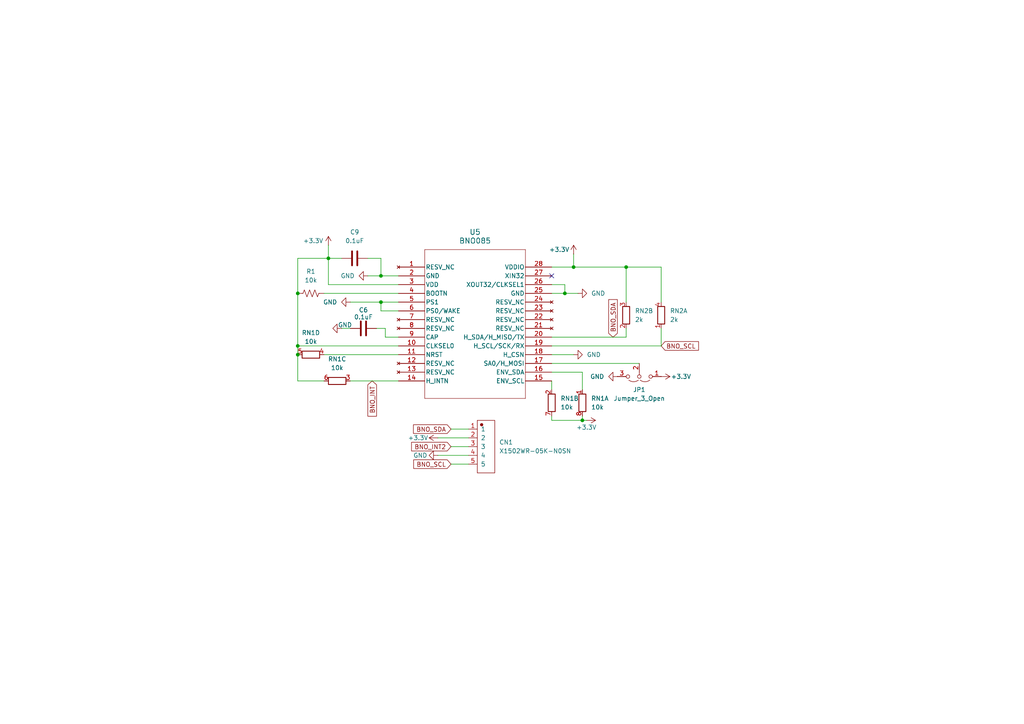
<source format=kicad_sch>
(kicad_sch
	(version 20231120)
	(generator "eeschema")
	(generator_version "8.0")
	(uuid "da091939-4ecb-4ebd-8278-50daad2015ba")
	(paper "A4")
	(lib_symbols
		(symbol "power:+3.3V"
			(power)
			(pin_numbers hide)
			(pin_names
				(offset 0) hide)
			(exclude_from_sim no)
			(in_bom yes)
			(on_board yes)
			(property "Reference" "#PWR"
				(at 0 -3.81 0)
				(effects
					(font
						(size 1.27 1.27)
					)
					(hide yes)
				)
			)
			(property "Value" "+3.3V"
				(at 0 3.556 0)
				(effects
					(font
						(size 1.27 1.27)
					)
				)
			)
			(property "Footprint" ""
				(at 0 0 0)
				(effects
					(font
						(size 1.27 1.27)
					)
					(hide yes)
				)
			)
			(property "Datasheet" ""
				(at 0 0 0)
				(effects
					(font
						(size 1.27 1.27)
					)
					(hide yes)
				)
			)
			(property "Description" "Power symbol creates a global label with name \"+3.3V\""
				(at 0 0 0)
				(effects
					(font
						(size 1.27 1.27)
					)
					(hide yes)
				)
			)
			(property "ki_keywords" "global power"
				(at 0 0 0)
				(effects
					(font
						(size 1.27 1.27)
					)
					(hide yes)
				)
			)
			(symbol "+3.3V_0_1"
				(polyline
					(pts
						(xy -0.762 1.27) (xy 0 2.54)
					)
					(stroke
						(width 0)
						(type default)
					)
					(fill
						(type none)
					)
				)
				(polyline
					(pts
						(xy 0 0) (xy 0 2.54)
					)
					(stroke
						(width 0)
						(type default)
					)
					(fill
						(type none)
					)
				)
				(polyline
					(pts
						(xy 0 2.54) (xy 0.762 1.27)
					)
					(stroke
						(width 0)
						(type default)
					)
					(fill
						(type none)
					)
				)
			)
			(symbol "+3.3V_1_1"
				(pin power_in line
					(at 0 0 90)
					(length 0)
					(name "~"
						(effects
							(font
								(size 1.27 1.27)
							)
						)
					)
					(number "1"
						(effects
							(font
								(size 1.27 1.27)
							)
						)
					)
				)
			)
		)
		(symbol "power:GND"
			(power)
			(pin_numbers hide)
			(pin_names
				(offset 0) hide)
			(exclude_from_sim no)
			(in_bom yes)
			(on_board yes)
			(property "Reference" "#PWR"
				(at 0 -6.35 0)
				(effects
					(font
						(size 1.27 1.27)
					)
					(hide yes)
				)
			)
			(property "Value" "GND"
				(at 0 -3.81 0)
				(effects
					(font
						(size 1.27 1.27)
					)
				)
			)
			(property "Footprint" ""
				(at 0 0 0)
				(effects
					(font
						(size 1.27 1.27)
					)
					(hide yes)
				)
			)
			(property "Datasheet" ""
				(at 0 0 0)
				(effects
					(font
						(size 1.27 1.27)
					)
					(hide yes)
				)
			)
			(property "Description" "Power symbol creates a global label with name \"GND\" , ground"
				(at 0 0 0)
				(effects
					(font
						(size 1.27 1.27)
					)
					(hide yes)
				)
			)
			(property "ki_keywords" "global power"
				(at 0 0 0)
				(effects
					(font
						(size 1.27 1.27)
					)
					(hide yes)
				)
			)
			(symbol "GND_0_1"
				(polyline
					(pts
						(xy 0 0) (xy 0 -1.27) (xy 1.27 -1.27) (xy 0 -2.54) (xy -1.27 -1.27) (xy 0 -1.27)
					)
					(stroke
						(width 0)
						(type default)
					)
					(fill
						(type none)
					)
				)
			)
			(symbol "GND_1_1"
				(pin power_in line
					(at 0 0 270)
					(length 0)
					(name "~"
						(effects
							(font
								(size 1.27 1.27)
							)
						)
					)
					(number "1"
						(effects
							(font
								(size 1.27 1.27)
							)
						)
					)
				)
			)
		)
		(symbol "uSlime:BNO085"
			(pin_names
				(offset 0.254)
			)
			(exclude_from_sim no)
			(in_bom yes)
			(on_board yes)
			(property "Reference" "U"
				(at 35.56 10.16 0)
				(effects
					(font
						(size 1.524 1.524)
					)
				)
			)
			(property "Value" "BNO085"
				(at 35.56 7.62 0)
				(effects
					(font
						(size 1.524 1.524)
					)
				)
			)
			(property "Footprint" "uSlime-libs:BNO080"
				(at 13.97 0 0)
				(effects
					(font
						(size 1.27 1.27)
						(italic yes)
					)
					(hide yes)
				)
			)
			(property "Datasheet" "BNO085"
				(at 13.97 0 0)
				(effects
					(font
						(size 1.27 1.27)
						(italic yes)
					)
					(hide yes)
				)
			)
			(property "Description" ""
				(at 13.97 0 0)
				(effects
					(font
						(size 1.27 1.27)
					)
					(hide yes)
				)
			)
			(property "ki_keywords" "BNO085"
				(at 0 0 0)
				(effects
					(font
						(size 1.27 1.27)
					)
					(hide yes)
				)
			)
			(property "ki_fp_filters" "LGA28_5.2X3.8_CEV LGA28_5.2X3.8_CEV-M LGA28_5.2X3.8_CEV-L"
				(at 0 0 0)
				(effects
					(font
						(size 1.27 1.27)
					)
					(hide yes)
				)
			)
			(symbol "BNO085_0_1"
				(polyline
					(pts
						(xy 21.59 -38.1) (xy 50.8 -38.1)
					)
					(stroke
						(width 0.127)
						(type default)
					)
					(fill
						(type none)
					)
				)
				(polyline
					(pts
						(xy 21.59 5.08) (xy 21.59 -38.1)
					)
					(stroke
						(width 0.127)
						(type default)
					)
					(fill
						(type none)
					)
				)
				(polyline
					(pts
						(xy 50.8 -38.1) (xy 50.8 5.08)
					)
					(stroke
						(width 0.127)
						(type default)
					)
					(fill
						(type none)
					)
				)
				(polyline
					(pts
						(xy 50.8 5.08) (xy 21.59 5.08)
					)
					(stroke
						(width 0.127)
						(type default)
					)
					(fill
						(type none)
					)
				)
				(pin no_connect line
					(at 13.97 0 0)
					(length 7.62)
					(name "RESV_NC"
						(effects
							(font
								(size 1.27 1.27)
							)
						)
					)
					(number "1"
						(effects
							(font
								(size 1.27 1.27)
							)
						)
					)
				)
				(pin input line
					(at 13.97 -22.86 0)
					(length 7.62)
					(name "CLKSEL0"
						(effects
							(font
								(size 1.27 1.27)
							)
						)
					)
					(number "10"
						(effects
							(font
								(size 1.27 1.27)
							)
						)
					)
				)
				(pin input line
					(at 13.97 -25.4 0)
					(length 7.62)
					(name "NRST"
						(effects
							(font
								(size 1.27 1.27)
							)
						)
					)
					(number "11"
						(effects
							(font
								(size 1.27 1.27)
							)
						)
					)
				)
				(pin no_connect line
					(at 13.97 -27.94 0)
					(length 7.62)
					(name "RESV_NC"
						(effects
							(font
								(size 1.27 1.27)
							)
						)
					)
					(number "12"
						(effects
							(font
								(size 1.27 1.27)
							)
						)
					)
				)
				(pin no_connect line
					(at 13.97 -30.48 0)
					(length 7.62)
					(name "RESV_NC"
						(effects
							(font
								(size 1.27 1.27)
							)
						)
					)
					(number "13"
						(effects
							(font
								(size 1.27 1.27)
							)
						)
					)
				)
				(pin output line
					(at 13.97 -33.02 0)
					(length 7.62)
					(name "H_INTN"
						(effects
							(font
								(size 1.27 1.27)
							)
						)
					)
					(number "14"
						(effects
							(font
								(size 1.27 1.27)
							)
						)
					)
				)
				(pin bidirectional line
					(at 58.42 -33.02 180)
					(length 7.62)
					(name "ENV_SCL"
						(effects
							(font
								(size 1.27 1.27)
							)
						)
					)
					(number "15"
						(effects
							(font
								(size 1.27 1.27)
							)
						)
					)
				)
				(pin bidirectional line
					(at 58.42 -30.48 180)
					(length 7.62)
					(name "ENV_SDA"
						(effects
							(font
								(size 1.27 1.27)
							)
						)
					)
					(number "16"
						(effects
							(font
								(size 1.27 1.27)
							)
						)
					)
				)
				(pin input line
					(at 58.42 -27.94 180)
					(length 7.62)
					(name "SA0/H_MOSI"
						(effects
							(font
								(size 1.27 1.27)
							)
						)
					)
					(number "17"
						(effects
							(font
								(size 1.27 1.27)
							)
						)
					)
				)
				(pin input line
					(at 58.42 -25.4 180)
					(length 7.62)
					(name "H_CSN"
						(effects
							(font
								(size 1.27 1.27)
							)
						)
					)
					(number "18"
						(effects
							(font
								(size 1.27 1.27)
							)
						)
					)
				)
				(pin bidirectional line
					(at 58.42 -22.86 180)
					(length 7.62)
					(name "H_SCL/SCK/RX"
						(effects
							(font
								(size 1.27 1.27)
							)
						)
					)
					(number "19"
						(effects
							(font
								(size 1.27 1.27)
							)
						)
					)
				)
				(pin power_out line
					(at 13.97 -2.54 0)
					(length 7.62)
					(name "GND"
						(effects
							(font
								(size 1.27 1.27)
							)
						)
					)
					(number "2"
						(effects
							(font
								(size 1.27 1.27)
							)
						)
					)
				)
				(pin bidirectional line
					(at 58.42 -20.32 180)
					(length 7.62)
					(name "H_SDA/H_MISO/TX"
						(effects
							(font
								(size 1.27 1.27)
							)
						)
					)
					(number "20"
						(effects
							(font
								(size 1.27 1.27)
							)
						)
					)
				)
				(pin no_connect line
					(at 58.42 -17.78 180)
					(length 7.62)
					(name "RESV_NC"
						(effects
							(font
								(size 1.27 1.27)
							)
						)
					)
					(number "21"
						(effects
							(font
								(size 1.27 1.27)
							)
						)
					)
				)
				(pin no_connect line
					(at 58.42 -15.24 180)
					(length 7.62)
					(name "RESV_NC"
						(effects
							(font
								(size 1.27 1.27)
							)
						)
					)
					(number "22"
						(effects
							(font
								(size 1.27 1.27)
							)
						)
					)
				)
				(pin no_connect line
					(at 58.42 -12.7 180)
					(length 7.62)
					(name "RESV_NC"
						(effects
							(font
								(size 1.27 1.27)
							)
						)
					)
					(number "23"
						(effects
							(font
								(size 1.27 1.27)
							)
						)
					)
				)
				(pin no_connect line
					(at 58.42 -10.16 180)
					(length 7.62)
					(name "RESV_NC"
						(effects
							(font
								(size 1.27 1.27)
							)
						)
					)
					(number "24"
						(effects
							(font
								(size 1.27 1.27)
							)
						)
					)
				)
				(pin power_out line
					(at 58.42 -7.62 180)
					(length 7.62)
					(name "GND"
						(effects
							(font
								(size 1.27 1.27)
							)
						)
					)
					(number "25"
						(effects
							(font
								(size 1.27 1.27)
							)
						)
					)
				)
				(pin output line
					(at 58.42 -5.08 180)
					(length 7.62)
					(name "XOUT32/CLKSEL1"
						(effects
							(font
								(size 1.27 1.27)
							)
						)
					)
					(number "26"
						(effects
							(font
								(size 1.27 1.27)
							)
						)
					)
				)
				(pin input line
					(at 58.42 -2.54 180)
					(length 7.62)
					(name "XIN32"
						(effects
							(font
								(size 1.27 1.27)
							)
						)
					)
					(number "27"
						(effects
							(font
								(size 1.27 1.27)
							)
						)
					)
				)
				(pin power_in line
					(at 58.42 0 180)
					(length 7.62)
					(name "VDDIO"
						(effects
							(font
								(size 1.27 1.27)
							)
						)
					)
					(number "28"
						(effects
							(font
								(size 1.27 1.27)
							)
						)
					)
				)
				(pin power_in line
					(at 13.97 -5.08 0)
					(length 7.62)
					(name "VDD"
						(effects
							(font
								(size 1.27 1.27)
							)
						)
					)
					(number "3"
						(effects
							(font
								(size 1.27 1.27)
							)
						)
					)
				)
				(pin input line
					(at 13.97 -7.62 0)
					(length 7.62)
					(name "BOOTN"
						(effects
							(font
								(size 1.27 1.27)
							)
						)
					)
					(number "4"
						(effects
							(font
								(size 1.27 1.27)
							)
						)
					)
				)
				(pin input line
					(at 13.97 -10.16 0)
					(length 7.62)
					(name "PS1"
						(effects
							(font
								(size 1.27 1.27)
							)
						)
					)
					(number "5"
						(effects
							(font
								(size 1.27 1.27)
							)
						)
					)
				)
				(pin input line
					(at 13.97 -12.7 0)
					(length 7.62)
					(name "PS0/WAKE"
						(effects
							(font
								(size 1.27 1.27)
							)
						)
					)
					(number "6"
						(effects
							(font
								(size 1.27 1.27)
							)
						)
					)
				)
				(pin no_connect line
					(at 13.97 -15.24 0)
					(length 7.62)
					(name "RESV_NC"
						(effects
							(font
								(size 1.27 1.27)
							)
						)
					)
					(number "7"
						(effects
							(font
								(size 1.27 1.27)
							)
						)
					)
				)
				(pin no_connect line
					(at 13.97 -17.78 0)
					(length 7.62)
					(name "RESV_NC"
						(effects
							(font
								(size 1.27 1.27)
							)
						)
					)
					(number "8"
						(effects
							(font
								(size 1.27 1.27)
							)
						)
					)
				)
				(pin power_in line
					(at 13.97 -20.32 0)
					(length 7.62)
					(name "CAP"
						(effects
							(font
								(size 1.27 1.27)
							)
						)
					)
					(number "9"
						(effects
							(font
								(size 1.27 1.27)
							)
						)
					)
				)
			)
		)
		(symbol "uSlime:C"
			(pin_numbers hide)
			(pin_names
				(offset 0.254)
			)
			(exclude_from_sim no)
			(in_bom yes)
			(on_board yes)
			(property "Reference" "C"
				(at 0.635 2.54 0)
				(effects
					(font
						(size 1.27 1.27)
					)
					(justify left)
				)
			)
			(property "Value" "C"
				(at 0.635 -2.54 0)
				(effects
					(font
						(size 1.27 1.27)
					)
					(justify left)
				)
			)
			(property "Footprint" "Capacitor_SMD:C_0402_1005Metric"
				(at 0.9652 -3.81 0)
				(effects
					(font
						(size 1.27 1.27)
					)
					(hide yes)
				)
			)
			(property "Datasheet" "~"
				(at 0 0 0)
				(effects
					(font
						(size 1.27 1.27)
					)
					(hide yes)
				)
			)
			(property "Description" "Unpolarized capacitor"
				(at 0 0 0)
				(effects
					(font
						(size 1.27 1.27)
					)
					(hide yes)
				)
			)
			(property "ki_keywords" "cap capacitor"
				(at 0 0 0)
				(effects
					(font
						(size 1.27 1.27)
					)
					(hide yes)
				)
			)
			(property "ki_fp_filters" "C_*"
				(at 0 0 0)
				(effects
					(font
						(size 1.27 1.27)
					)
					(hide yes)
				)
			)
			(symbol "C_0_1"
				(polyline
					(pts
						(xy -2.032 -0.762) (xy 2.032 -0.762)
					)
					(stroke
						(width 0.508)
						(type default)
					)
					(fill
						(type none)
					)
				)
				(polyline
					(pts
						(xy -2.032 0.762) (xy 2.032 0.762)
					)
					(stroke
						(width 0.508)
						(type default)
					)
					(fill
						(type none)
					)
				)
			)
			(symbol "C_1_1"
				(pin passive line
					(at 0 3.81 270)
					(length 2.794)
					(name "~"
						(effects
							(font
								(size 1.27 1.27)
							)
						)
					)
					(number "1"
						(effects
							(font
								(size 1.27 1.27)
							)
						)
					)
				)
				(pin passive line
					(at 0 -3.81 90)
					(length 2.794)
					(name "~"
						(effects
							(font
								(size 1.27 1.27)
							)
						)
					)
					(number "2"
						(effects
							(font
								(size 1.27 1.27)
							)
						)
					)
				)
			)
		)
		(symbol "uSlime:Jumper_3_Open"
			(pin_names
				(offset 0) hide)
			(exclude_from_sim yes)
			(in_bom no)
			(on_board yes)
			(property "Reference" "JP"
				(at -2.54 -2.54 0)
				(effects
					(font
						(size 1.27 1.27)
					)
				)
			)
			(property "Value" "Jumper_3_Open"
				(at 0 2.794 0)
				(effects
					(font
						(size 1.27 1.27)
					)
				)
			)
			(property "Footprint" "Jumper:SolderJumper-3_P1.3mm_Open_RoundedPad1.0x1.5mm"
				(at 0 0 0)
				(effects
					(font
						(size 1.27 1.27)
					)
					(hide yes)
				)
			)
			(property "Datasheet" "~"
				(at 0 0 0)
				(effects
					(font
						(size 1.27 1.27)
					)
					(hide yes)
				)
			)
			(property "Description" "Jumper, 3-pole, both open"
				(at 0 0 0)
				(effects
					(font
						(size 1.27 1.27)
					)
					(hide yes)
				)
			)
			(property "ki_keywords" "Jumper SPDT"
				(at 0 0 0)
				(effects
					(font
						(size 1.27 1.27)
					)
					(hide yes)
				)
			)
			(property "ki_fp_filters" "Jumper* TestPoint*3Pads* TestPoint*Bridge*"
				(at 0 0 0)
				(effects
					(font
						(size 1.27 1.27)
					)
					(hide yes)
				)
			)
			(symbol "Jumper_3_Open_0_0"
				(circle
					(center -3.302 0)
					(radius 0.508)
					(stroke
						(width 0)
						(type default)
					)
					(fill
						(type none)
					)
				)
				(circle
					(center 0 0)
					(radius 0.508)
					(stroke
						(width 0)
						(type default)
					)
					(fill
						(type none)
					)
				)
				(circle
					(center 3.302 0)
					(radius 0.508)
					(stroke
						(width 0)
						(type default)
					)
					(fill
						(type none)
					)
				)
			)
			(symbol "Jumper_3_Open_0_1"
				(arc
					(start -0.254 1.016)
					(mid -1.651 1.4992)
					(end -3.048 1.016)
					(stroke
						(width 0)
						(type default)
					)
					(fill
						(type none)
					)
				)
				(polyline
					(pts
						(xy 0 -0.508) (xy 0 -1.27)
					)
					(stroke
						(width 0)
						(type default)
					)
					(fill
						(type none)
					)
				)
				(arc
					(start 3.048 1.016)
					(mid 1.651 1.4992)
					(end 0.254 1.016)
					(stroke
						(width 0)
						(type default)
					)
					(fill
						(type none)
					)
				)
			)
			(symbol "Jumper_3_Open_1_1"
				(pin passive line
					(at -6.35 0 0)
					(length 2.54)
					(name "A"
						(effects
							(font
								(size 1.27 1.27)
							)
						)
					)
					(number "1"
						(effects
							(font
								(size 1.27 1.27)
							)
						)
					)
				)
				(pin passive line
					(at 0 -3.81 90)
					(length 2.54)
					(name "C"
						(effects
							(font
								(size 1.27 1.27)
							)
						)
					)
					(number "2"
						(effects
							(font
								(size 1.27 1.27)
							)
						)
					)
				)
				(pin passive line
					(at 6.35 0 180)
					(length 2.54)
					(name "B"
						(effects
							(font
								(size 1.27 1.27)
							)
						)
					)
					(number "3"
						(effects
							(font
								(size 1.27 1.27)
							)
						)
					)
				)
			)
		)
		(symbol "uSlime:R_Pack02_Split"
			(pin_names
				(offset 0) hide)
			(exclude_from_sim no)
			(in_bom yes)
			(on_board yes)
			(property "Reference" "RN"
				(at 2.032 0 90)
				(effects
					(font
						(size 1.27 1.27)
					)
				)
			)
			(property "Value" "R_Pack02_Split"
				(at 0 0 90)
				(effects
					(font
						(size 1.27 1.27)
					)
				)
			)
			(property "Footprint" "Resistor_SMD:R_Array_Convex_2x0402"
				(at -2.032 0 90)
				(effects
					(font
						(size 1.27 1.27)
					)
					(hide yes)
				)
			)
			(property "Datasheet" "~"
				(at 0 0 0)
				(effects
					(font
						(size 1.27 1.27)
					)
					(hide yes)
				)
			)
			(property "Description" "2 resistor network, parallel topology, split"
				(at 0 0 0)
				(effects
					(font
						(size 1.27 1.27)
					)
					(hide yes)
				)
			)
			(property "ki_keywords" "R network parallel topology isolated"
				(at 0 0 0)
				(effects
					(font
						(size 1.27 1.27)
					)
					(hide yes)
				)
			)
			(property "ki_fp_filters" "DIP* SOIC* R*Array*Concave* R*Array*Convex*"
				(at 0 0 0)
				(effects
					(font
						(size 1.27 1.27)
					)
					(hide yes)
				)
			)
			(symbol "R_Pack02_Split_0_1"
				(rectangle
					(start 1.016 2.54)
					(end -1.016 -2.54)
					(stroke
						(width 0.254)
						(type default)
					)
					(fill
						(type none)
					)
				)
			)
			(symbol "R_Pack02_Split_1_1"
				(pin passive line
					(at 0 -3.81 90)
					(length 1.27)
					(name "R1.1"
						(effects
							(font
								(size 1.27 1.27)
							)
						)
					)
					(number "1"
						(effects
							(font
								(size 1.27 1.27)
							)
						)
					)
				)
				(pin passive line
					(at 0 3.81 270)
					(length 1.27)
					(name "R1.2"
						(effects
							(font
								(size 1.27 1.27)
							)
						)
					)
					(number "4"
						(effects
							(font
								(size 1.27 1.27)
							)
						)
					)
				)
			)
			(symbol "R_Pack02_Split_2_1"
				(pin passive line
					(at 0 -3.81 90)
					(length 1.27)
					(name "R2.1"
						(effects
							(font
								(size 1.27 1.27)
							)
						)
					)
					(number "2"
						(effects
							(font
								(size 1.27 1.27)
							)
						)
					)
				)
				(pin passive line
					(at 0 3.81 270)
					(length 1.27)
					(name "R2.2"
						(effects
							(font
								(size 1.27 1.27)
							)
						)
					)
					(number "3"
						(effects
							(font
								(size 1.27 1.27)
							)
						)
					)
				)
			)
		)
		(symbol "uSlime:R_Pack04_Split"
			(pin_names
				(offset 0) hide)
			(exclude_from_sim no)
			(in_bom yes)
			(on_board yes)
			(property "Reference" "RN"
				(at 2.032 0 90)
				(effects
					(font
						(size 1.27 1.27)
					)
				)
			)
			(property "Value" "R_Pack04_Split"
				(at 0 0 90)
				(effects
					(font
						(size 1.27 1.27)
					)
				)
			)
			(property "Footprint" "Resistor_SMD:R_Array_Convex_4x0402"
				(at -2.032 0 90)
				(effects
					(font
						(size 1.27 1.27)
					)
					(hide yes)
				)
			)
			(property "Datasheet" "~"
				(at 0 0 0)
				(effects
					(font
						(size 1.27 1.27)
					)
					(hide yes)
				)
			)
			(property "Description" "4 resistor network, parallel topology, split"
				(at 0 0 0)
				(effects
					(font
						(size 1.27 1.27)
					)
					(hide yes)
				)
			)
			(property "ki_keywords" "R network parallel topology isolated"
				(at 0 0 0)
				(effects
					(font
						(size 1.27 1.27)
					)
					(hide yes)
				)
			)
			(property "ki_fp_filters" "DIP* SOIC* R*Array*Concave* R*Array*Convex*"
				(at 0 0 0)
				(effects
					(font
						(size 1.27 1.27)
					)
					(hide yes)
				)
			)
			(symbol "R_Pack04_Split_0_1"
				(rectangle
					(start 1.016 2.54)
					(end -1.016 -2.54)
					(stroke
						(width 0.254)
						(type default)
					)
					(fill
						(type none)
					)
				)
			)
			(symbol "R_Pack04_Split_1_1"
				(pin passive line
					(at 0 -3.81 90)
					(length 1.27)
					(name "R1.1"
						(effects
							(font
								(size 1.27 1.27)
							)
						)
					)
					(number "1"
						(effects
							(font
								(size 1.27 1.27)
							)
						)
					)
				)
				(pin passive line
					(at 0 3.81 270)
					(length 1.27)
					(name "R1.2"
						(effects
							(font
								(size 1.27 1.27)
							)
						)
					)
					(number "8"
						(effects
							(font
								(size 1.27 1.27)
							)
						)
					)
				)
			)
			(symbol "R_Pack04_Split_2_1"
				(pin passive line
					(at 0 -3.81 90)
					(length 1.27)
					(name "R2.1"
						(effects
							(font
								(size 1.27 1.27)
							)
						)
					)
					(number "2"
						(effects
							(font
								(size 1.27 1.27)
							)
						)
					)
				)
				(pin passive line
					(at 0 3.81 270)
					(length 1.27)
					(name "R2.2"
						(effects
							(font
								(size 1.27 1.27)
							)
						)
					)
					(number "7"
						(effects
							(font
								(size 1.27 1.27)
							)
						)
					)
				)
			)
			(symbol "R_Pack04_Split_3_1"
				(pin passive line
					(at 0 -3.81 90)
					(length 1.27)
					(name "R3.1"
						(effects
							(font
								(size 1.27 1.27)
							)
						)
					)
					(number "3"
						(effects
							(font
								(size 1.27 1.27)
							)
						)
					)
				)
				(pin passive line
					(at 0 3.81 270)
					(length 1.27)
					(name "R3.2"
						(effects
							(font
								(size 1.27 1.27)
							)
						)
					)
					(number "6"
						(effects
							(font
								(size 1.27 1.27)
							)
						)
					)
				)
			)
			(symbol "R_Pack04_Split_4_1"
				(pin passive line
					(at 0 -3.81 90)
					(length 1.27)
					(name "R4.1"
						(effects
							(font
								(size 1.27 1.27)
							)
						)
					)
					(number "4"
						(effects
							(font
								(size 1.27 1.27)
							)
						)
					)
				)
				(pin passive line
					(at 0 3.81 270)
					(length 1.27)
					(name "R4.2"
						(effects
							(font
								(size 1.27 1.27)
							)
						)
					)
					(number "5"
						(effects
							(font
								(size 1.27 1.27)
							)
						)
					)
				)
			)
		)
		(symbol "uSlime:R_US"
			(pin_numbers hide)
			(pin_names
				(offset 0)
			)
			(exclude_from_sim no)
			(in_bom yes)
			(on_board yes)
			(property "Reference" "R"
				(at 2.54 0 90)
				(effects
					(font
						(size 1.27 1.27)
					)
				)
			)
			(property "Value" "R_US"
				(at -2.54 0 90)
				(effects
					(font
						(size 1.27 1.27)
					)
				)
			)
			(property "Footprint" "Resistor_SMD:R_0402_1005Metric"
				(at 1.016 -0.254 90)
				(effects
					(font
						(size 1.27 1.27)
					)
					(hide yes)
				)
			)
			(property "Datasheet" "~"
				(at 0 0 0)
				(effects
					(font
						(size 1.27 1.27)
					)
					(hide yes)
				)
			)
			(property "Description" "Resistor, US symbol"
				(at 0 0 0)
				(effects
					(font
						(size 1.27 1.27)
					)
					(hide yes)
				)
			)
			(property "ki_keywords" "R res resistor"
				(at 0 0 0)
				(effects
					(font
						(size 1.27 1.27)
					)
					(hide yes)
				)
			)
			(property "ki_fp_filters" "R_*"
				(at 0 0 0)
				(effects
					(font
						(size 1.27 1.27)
					)
					(hide yes)
				)
			)
			(symbol "R_US_0_1"
				(polyline
					(pts
						(xy 0 -2.286) (xy 0 -2.54)
					)
					(stroke
						(width 0)
						(type default)
					)
					(fill
						(type none)
					)
				)
				(polyline
					(pts
						(xy 0 2.286) (xy 0 2.54)
					)
					(stroke
						(width 0)
						(type default)
					)
					(fill
						(type none)
					)
				)
				(polyline
					(pts
						(xy 0 -0.762) (xy 1.016 -1.143) (xy 0 -1.524) (xy -1.016 -1.905) (xy 0 -2.286)
					)
					(stroke
						(width 0)
						(type default)
					)
					(fill
						(type none)
					)
				)
				(polyline
					(pts
						(xy 0 0.762) (xy 1.016 0.381) (xy 0 0) (xy -1.016 -0.381) (xy 0 -0.762)
					)
					(stroke
						(width 0)
						(type default)
					)
					(fill
						(type none)
					)
				)
				(polyline
					(pts
						(xy 0 2.286) (xy 1.016 1.905) (xy 0 1.524) (xy -1.016 1.143) (xy 0 0.762)
					)
					(stroke
						(width 0)
						(type default)
					)
					(fill
						(type none)
					)
				)
			)
			(symbol "R_US_1_1"
				(pin passive line
					(at 0 3.81 270)
					(length 1.27)
					(name "~"
						(effects
							(font
								(size 1.27 1.27)
							)
						)
					)
					(number "1"
						(effects
							(font
								(size 1.27 1.27)
							)
						)
					)
				)
				(pin passive line
					(at 0 -3.81 90)
					(length 1.27)
					(name "~"
						(effects
							(font
								(size 1.27 1.27)
							)
						)
					)
					(number "2"
						(effects
							(font
								(size 1.27 1.27)
							)
						)
					)
				)
			)
		)
		(symbol "uSlime:X1502WR-05K-N0SN"
			(pin_names
				(offset 1.016)
			)
			(exclude_from_sim no)
			(in_bom yes)
			(on_board yes)
			(property "Reference" "CN"
				(at 0 10.16 0)
				(effects
					(font
						(size 1.27 1.27)
					)
				)
			)
			(property "Value" "X1502WR-05K-N0SN"
				(at 0 15.24 0)
				(effects
					(font
						(size 1.27 1.27)
					)
				)
			)
			(property "Footprint" "uSlime-libs:CONN-TH_5P-P1.50_X1502WR-05K-N0SN"
				(at 0 5.08 0)
				(effects
					(font
						(size 1.27 1.27)
					)
					(hide yes)
				)
			)
			(property "Datasheet" "http://www.szlcsc.com/product/details_587019.html"
				(at 0 0 0)
				(effects
					(font
						(size 1.27 1.27)
					)
					(hide yes)
				)
			)
			(property "Description" "C561537"
				(at 0 -5.08 0)
				(effects
					(font
						(size 1.27 1.27)
					)
					(hide yes)
				)
			)
			(property "uuid" "std:268fd150cfff42dfa6c6c0b3cfd730b2"
				(at 0 -5.08 0)
				(effects
					(font
						(size 1.27 1.27)
					)
					(hide yes)
				)
			)
			(symbol "X1502WR-05K-N0SN_1_1"
				(rectangle
					(start -2.54 7.62)
					(end 2.54 -7.62)
					(stroke
						(width 0.1524)
						(type solid)
					)
					(fill
						(type none)
					)
				)
				(circle
					(center -1.27 6.35)
					(radius 0.381)
					(stroke
						(width 0.1524)
						(type solid)
					)
					(fill
						(type outline)
					)
				)
				(pin input line
					(at -5.08 5.08 0)
					(length 2.54)
					(name "1"
						(effects
							(font
								(size 1.27 1.27)
							)
						)
					)
					(number "1"
						(effects
							(font
								(size 1.27 1.27)
							)
						)
					)
				)
				(pin input line
					(at -5.08 2.54 0)
					(length 2.54)
					(name "2"
						(effects
							(font
								(size 1.27 1.27)
							)
						)
					)
					(number "2"
						(effects
							(font
								(size 1.27 1.27)
							)
						)
					)
				)
				(pin input line
					(at -5.08 0 0)
					(length 2.54)
					(name "3"
						(effects
							(font
								(size 1.27 1.27)
							)
						)
					)
					(number "3"
						(effects
							(font
								(size 1.27 1.27)
							)
						)
					)
				)
				(pin input line
					(at -5.08 -2.54 0)
					(length 2.54)
					(name "4"
						(effects
							(font
								(size 1.27 1.27)
							)
						)
					)
					(number "4"
						(effects
							(font
								(size 1.27 1.27)
							)
						)
					)
				)
				(pin input line
					(at -5.08 -5.08 0)
					(length 2.54)
					(name "5"
						(effects
							(font
								(size 1.27 1.27)
							)
						)
					)
					(number "5"
						(effects
							(font
								(size 1.27 1.27)
							)
						)
					)
				)
			)
		)
	)
	(junction
		(at 95.25 74.93)
		(diameter 0)
		(color 0 0 0 0)
		(uuid "2b326b22-55f9-4dc0-a2ca-82f33b1141a1")
	)
	(junction
		(at 86.36 85.09)
		(diameter 0)
		(color 0 0 0 0)
		(uuid "3e374650-1cc8-469c-bd11-8964538a991d")
	)
	(junction
		(at 86.36 102.87)
		(diameter 0)
		(color 0 0 0 0)
		(uuid "588fc309-6450-4bf7-90b8-ce4ad3b643ff")
	)
	(junction
		(at 163.83 85.09)
		(diameter 0)
		(color 0 0 0 0)
		(uuid "5e362af6-94c8-41e7-b5fe-2ab9ad76be12")
	)
	(junction
		(at 181.61 77.47)
		(diameter 0)
		(color 0 0 0 0)
		(uuid "6442f09c-a732-4311-bfd3-8ac79a3794fc")
	)
	(junction
		(at 110.49 87.63)
		(diameter 0)
		(color 0 0 0 0)
		(uuid "706a045b-7f66-4488-ad7c-960536b7caa4")
	)
	(junction
		(at 110.49 80.01)
		(diameter 0)
		(color 0 0 0 0)
		(uuid "b3d3334d-69dc-4c84-bdd3-ff28309a3adc")
	)
	(junction
		(at 168.91 121.92)
		(diameter 0)
		(color 0 0 0 0)
		(uuid "bc23e701-0a70-4395-9131-43482c582218")
	)
	(junction
		(at 166.37 77.47)
		(diameter 0)
		(color 0 0 0 0)
		(uuid "be19aae2-4891-40b9-b403-102f9214ae40")
	)
	(junction
		(at 86.36 100.33)
		(diameter 0)
		(color 0 0 0 0)
		(uuid "f208902b-d81d-42e6-bd6a-2b1b8fc6593d")
	)
	(no_connect
		(at 160.02 80.01)
		(uuid "dc5349a9-b06b-4931-8270-1fa4b4dcc3f0")
	)
	(wire
		(pts
			(xy 86.36 74.93) (xy 86.36 85.09)
		)
		(stroke
			(width 0)
			(type default)
		)
		(uuid "058ae2ef-6778-41ce-9213-4fca50c1b7c1")
	)
	(wire
		(pts
			(xy 109.22 95.25) (xy 111.76 95.25)
		)
		(stroke
			(width 0)
			(type default)
		)
		(uuid "0e89e2a6-d5b9-47cd-8fe3-b466eabcecd2")
	)
	(wire
		(pts
			(xy 127 132.08) (xy 135.89 132.08)
		)
		(stroke
			(width 0)
			(type default)
		)
		(uuid "0fcd3b81-ebf8-433a-be2a-c4f542f14126")
	)
	(wire
		(pts
			(xy 115.57 102.87) (xy 93.98 102.87)
		)
		(stroke
			(width 0)
			(type default)
		)
		(uuid "100875f1-ea66-488d-8cc8-9f31300e4613")
	)
	(wire
		(pts
			(xy 160.02 110.49) (xy 160.02 113.03)
		)
		(stroke
			(width 0)
			(type default)
		)
		(uuid "12aae5eb-fb75-4bf1-9b65-4941e0eb7e64")
	)
	(wire
		(pts
			(xy 86.36 110.49) (xy 93.98 110.49)
		)
		(stroke
			(width 0)
			(type default)
		)
		(uuid "13756155-f036-44c4-847f-488885afb6da")
	)
	(wire
		(pts
			(xy 163.83 85.09) (xy 160.02 85.09)
		)
		(stroke
			(width 0)
			(type default)
		)
		(uuid "17f303ab-45c5-48c7-baf6-1623a3f20375")
	)
	(wire
		(pts
			(xy 160.02 121.92) (xy 160.02 120.65)
		)
		(stroke
			(width 0)
			(type default)
		)
		(uuid "1a85811b-a3e5-40b3-82c3-c8274161e871")
	)
	(wire
		(pts
			(xy 160.02 102.87) (xy 166.37 102.87)
		)
		(stroke
			(width 0)
			(type default)
		)
		(uuid "1b840efa-bbd5-45c8-8f3a-cd9bf05169f5")
	)
	(wire
		(pts
			(xy 130.81 124.46) (xy 135.89 124.46)
		)
		(stroke
			(width 0)
			(type default)
		)
		(uuid "22c48e9e-7f34-4e9b-83e3-281f1dda44de")
	)
	(wire
		(pts
			(xy 181.61 95.25) (xy 181.61 97.79)
		)
		(stroke
			(width 0)
			(type default)
		)
		(uuid "25bf27f0-11c6-48aa-914d-e6121c4e5cab")
	)
	(wire
		(pts
			(xy 170.18 121.92) (xy 168.91 121.92)
		)
		(stroke
			(width 0)
			(type default)
		)
		(uuid "26b538d6-5d17-4fda-bc08-e4485adbfb08")
	)
	(wire
		(pts
			(xy 86.36 100.33) (xy 115.57 100.33)
		)
		(stroke
			(width 0)
			(type default)
		)
		(uuid "362ce3f7-4a61-409b-aba5-6e44b0bd8ed9")
	)
	(wire
		(pts
			(xy 191.77 95.25) (xy 191.77 100.33)
		)
		(stroke
			(width 0)
			(type default)
		)
		(uuid "36a51a36-3e29-466d-923b-0ee5783d7d93")
	)
	(wire
		(pts
			(xy 127 127) (xy 135.89 127)
		)
		(stroke
			(width 0)
			(type default)
		)
		(uuid "3df1f511-8966-4d2c-8e0b-0e9e6a2b721f")
	)
	(wire
		(pts
			(xy 106.68 80.01) (xy 110.49 80.01)
		)
		(stroke
			(width 0)
			(type default)
		)
		(uuid "40e70aff-f7ba-4fac-9992-2b3eb81b697c")
	)
	(wire
		(pts
			(xy 167.64 85.09) (xy 163.83 85.09)
		)
		(stroke
			(width 0)
			(type default)
		)
		(uuid "41696319-42b8-4a6c-8e2c-b1f944473ac3")
	)
	(wire
		(pts
			(xy 130.81 134.62) (xy 135.89 134.62)
		)
		(stroke
			(width 0)
			(type default)
		)
		(uuid "4696a8ad-0b23-4e29-b481-940aaa4cf228")
	)
	(wire
		(pts
			(xy 191.77 100.33) (xy 160.02 100.33)
		)
		(stroke
			(width 0)
			(type default)
		)
		(uuid "487a6ad6-c24b-44e6-ae1b-1e058a28be2c")
	)
	(wire
		(pts
			(xy 101.6 110.49) (xy 115.57 110.49)
		)
		(stroke
			(width 0)
			(type default)
		)
		(uuid "49e85194-174a-4434-a518-393de5d79013")
	)
	(wire
		(pts
			(xy 168.91 121.92) (xy 168.91 120.65)
		)
		(stroke
			(width 0)
			(type default)
		)
		(uuid "594abcd9-c03b-4632-bab2-961b42a46c6d")
	)
	(wire
		(pts
			(xy 110.49 87.63) (xy 115.57 87.63)
		)
		(stroke
			(width 0)
			(type default)
		)
		(uuid "59b962a7-5ada-4f2c-a3f0-87917c0344b7")
	)
	(wire
		(pts
			(xy 160.02 82.55) (xy 163.83 82.55)
		)
		(stroke
			(width 0)
			(type default)
		)
		(uuid "6a3e1318-4813-4e7c-b06a-a0ddbf2d4219")
	)
	(wire
		(pts
			(xy 110.49 87.63) (xy 110.49 90.17)
		)
		(stroke
			(width 0)
			(type default)
		)
		(uuid "6e9af3d1-e553-4e97-990f-a11461a54eff")
	)
	(wire
		(pts
			(xy 111.76 95.25) (xy 111.76 97.79)
		)
		(stroke
			(width 0)
			(type default)
		)
		(uuid "7162f09d-4e3c-4480-bb89-87734837ef6c")
	)
	(wire
		(pts
			(xy 95.25 71.12) (xy 95.25 74.93)
		)
		(stroke
			(width 0)
			(type default)
		)
		(uuid "72d12bf0-92c3-470d-95c7-9f8748ec9860")
	)
	(wire
		(pts
			(xy 111.76 97.79) (xy 115.57 97.79)
		)
		(stroke
			(width 0)
			(type default)
		)
		(uuid "75bc9aea-bd35-48e8-a867-bb7b0c0d03f6")
	)
	(wire
		(pts
			(xy 101.6 87.63) (xy 110.49 87.63)
		)
		(stroke
			(width 0)
			(type default)
		)
		(uuid "7a371fdd-fab2-4568-941f-363217349450")
	)
	(wire
		(pts
			(xy 110.49 74.93) (xy 110.49 80.01)
		)
		(stroke
			(width 0)
			(type default)
		)
		(uuid "7f63bdba-45f5-47f7-88c2-2adb514876d9")
	)
	(wire
		(pts
			(xy 163.83 82.55) (xy 163.83 85.09)
		)
		(stroke
			(width 0)
			(type default)
		)
		(uuid "84658c6f-39a8-4663-baaa-143c15cd8e53")
	)
	(wire
		(pts
			(xy 160.02 97.79) (xy 181.61 97.79)
		)
		(stroke
			(width 0)
			(type default)
		)
		(uuid "8c46f4d5-1293-4d03-81d4-1a2b74bcfeab")
	)
	(wire
		(pts
			(xy 160.02 107.95) (xy 168.91 107.95)
		)
		(stroke
			(width 0)
			(type default)
		)
		(uuid "8dbf3d4e-7908-4a27-9647-379eeae877ed")
	)
	(wire
		(pts
			(xy 160.02 121.92) (xy 168.91 121.92)
		)
		(stroke
			(width 0)
			(type default)
		)
		(uuid "8f91b0e4-233b-4a82-a823-a617d93c89b1")
	)
	(wire
		(pts
			(xy 166.37 77.47) (xy 160.02 77.47)
		)
		(stroke
			(width 0)
			(type default)
		)
		(uuid "8fa1a222-562b-4064-8e5f-8323b5f07e0d")
	)
	(wire
		(pts
			(xy 181.61 87.63) (xy 181.61 77.47)
		)
		(stroke
			(width 0)
			(type default)
		)
		(uuid "9044465e-42a7-414a-bcaa-e843d414fea3")
	)
	(wire
		(pts
			(xy 86.36 74.93) (xy 95.25 74.93)
		)
		(stroke
			(width 0)
			(type default)
		)
		(uuid "9918bc2f-f601-4aa1-8cf7-f4a5963a97a0")
	)
	(wire
		(pts
			(xy 130.81 129.54) (xy 135.89 129.54)
		)
		(stroke
			(width 0)
			(type default)
		)
		(uuid "a1469114-f7b0-425a-8b68-efc383b32eef")
	)
	(wire
		(pts
			(xy 93.98 85.09) (xy 115.57 85.09)
		)
		(stroke
			(width 0)
			(type default)
		)
		(uuid "a2b64641-5836-4ae4-be1d-bb323c98bf91")
	)
	(wire
		(pts
			(xy 166.37 73.66) (xy 166.37 77.47)
		)
		(stroke
			(width 0)
			(type default)
		)
		(uuid "a9ca66ad-a745-44f6-9d76-eb8be7b79dd3")
	)
	(wire
		(pts
			(xy 86.36 100.33) (xy 86.36 102.87)
		)
		(stroke
			(width 0)
			(type default)
		)
		(uuid "ae801386-d377-4597-8823-2a7c8292fda6")
	)
	(wire
		(pts
			(xy 95.25 82.55) (xy 115.57 82.55)
		)
		(stroke
			(width 0)
			(type default)
		)
		(uuid "b9f0de09-8eb7-4cac-993f-50752cc91179")
	)
	(wire
		(pts
			(xy 95.25 74.93) (xy 99.06 74.93)
		)
		(stroke
			(width 0)
			(type default)
		)
		(uuid "c0217274-cec8-4ce7-9284-335eaf2ab25d")
	)
	(wire
		(pts
			(xy 191.77 87.63) (xy 191.77 77.47)
		)
		(stroke
			(width 0)
			(type default)
		)
		(uuid "c3935de4-c3a1-4ceb-9545-ed7b37a88ba8")
	)
	(wire
		(pts
			(xy 168.91 107.95) (xy 168.91 113.03)
		)
		(stroke
			(width 0)
			(type default)
		)
		(uuid "c650d987-7584-47e3-878d-fc915cca50ce")
	)
	(wire
		(pts
			(xy 86.36 102.87) (xy 86.36 110.49)
		)
		(stroke
			(width 0)
			(type default)
		)
		(uuid "c8b12462-1468-4d4d-8286-43d4f1ef5dae")
	)
	(wire
		(pts
			(xy 106.68 74.93) (xy 110.49 74.93)
		)
		(stroke
			(width 0)
			(type default)
		)
		(uuid "cccf675b-8501-4ab7-9b6d-b317cad8cb9d")
	)
	(wire
		(pts
			(xy 95.25 74.93) (xy 95.25 82.55)
		)
		(stroke
			(width 0)
			(type default)
		)
		(uuid "cdb4ef72-f04a-4273-986e-bc2560cc204b")
	)
	(wire
		(pts
			(xy 86.36 85.09) (xy 86.36 100.33)
		)
		(stroke
			(width 0)
			(type default)
		)
		(uuid "d0356a9d-e3df-4947-bf3b-e97adee2c356")
	)
	(wire
		(pts
			(xy 99.06 95.25) (xy 101.6 95.25)
		)
		(stroke
			(width 0)
			(type default)
		)
		(uuid "d68b8ea3-2f0a-4d0d-abd6-72cc7df92394")
	)
	(wire
		(pts
			(xy 166.37 77.47) (xy 181.61 77.47)
		)
		(stroke
			(width 0)
			(type default)
		)
		(uuid "d90e18a9-8d51-49da-8ac4-bf2d623abf94")
	)
	(wire
		(pts
			(xy 160.02 105.41) (xy 185.42 105.41)
		)
		(stroke
			(width 0)
			(type default)
		)
		(uuid "e734acf9-fc39-4848-9610-99f91fc04613")
	)
	(wire
		(pts
			(xy 191.77 77.47) (xy 181.61 77.47)
		)
		(stroke
			(width 0)
			(type default)
		)
		(uuid "f5dd50a3-a0ed-42a2-b967-96136d704585")
	)
	(wire
		(pts
			(xy 115.57 90.17) (xy 110.49 90.17)
		)
		(stroke
			(width 0)
			(type default)
		)
		(uuid "f96d110f-0ff2-4977-9727-9f1d0f8d4f6d")
	)
	(wire
		(pts
			(xy 110.49 80.01) (xy 115.57 80.01)
		)
		(stroke
			(width 0)
			(type default)
		)
		(uuid "fef1b1fe-49c2-4912-847a-8aa5766e6a8c")
	)
	(global_label "BNO_SDA"
		(shape input)
		(at 130.81 124.46 180)
		(fields_autoplaced yes)
		(effects
			(font
				(size 1.27 1.27)
			)
			(justify right)
		)
		(uuid "13fc1858-8eef-4d35-8d2c-a89cde974e4e")
		(property "Intersheetrefs" "${INTERSHEET_REFS}"
			(at 119.3581 124.46 0)
			(effects
				(font
					(size 1.27 1.27)
				)
				(justify right)
				(hide yes)
			)
		)
	)
	(global_label "BNO_INT2"
		(shape input)
		(at 130.81 129.54 180)
		(fields_autoplaced yes)
		(effects
			(font
				(size 1.27 1.27)
			)
			(justify right)
		)
		(uuid "2857cbec-966a-43be-ac50-135f81d1f654")
		(property "Intersheetrefs" "${INTERSHEET_REFS}"
			(at 118.8138 129.54 0)
			(effects
				(font
					(size 1.27 1.27)
				)
				(justify right)
				(hide yes)
			)
		)
	)
	(global_label "BNO_SCL"
		(shape input)
		(at 191.77 100.33 0)
		(fields_autoplaced yes)
		(effects
			(font
				(size 1.27 1.27)
			)
			(justify left)
		)
		(uuid "2be74214-d4c0-4fea-a41b-52290d4ca345")
		(property "Intersheetrefs" "${INTERSHEET_REFS}"
			(at 203.1614 100.33 0)
			(effects
				(font
					(size 1.27 1.27)
				)
				(justify left)
				(hide yes)
			)
		)
	)
	(global_label "BNO_SCL"
		(shape input)
		(at 130.81 134.62 180)
		(fields_autoplaced yes)
		(effects
			(font
				(size 1.27 1.27)
			)
			(justify right)
		)
		(uuid "3974c31b-950f-4054-b155-a37218c1c781")
		(property "Intersheetrefs" "${INTERSHEET_REFS}"
			(at 119.4186 134.62 0)
			(effects
				(font
					(size 1.27 1.27)
				)
				(justify right)
				(hide yes)
			)
		)
	)
	(global_label "BNO_INT"
		(shape input)
		(at 107.95 110.49 270)
		(fields_autoplaced yes)
		(effects
			(font
				(size 1.27 1.27)
			)
			(justify right)
		)
		(uuid "c5eb8419-9274-40c8-ad4a-1babcbf4ef6d")
		(property "Intersheetrefs" "${INTERSHEET_REFS}"
			(at 107.95 121.2767 90)
			(effects
				(font
					(size 1.27 1.27)
				)
				(justify right)
				(hide yes)
			)
		)
	)
	(global_label "BNO_SDA"
		(shape input)
		(at 177.8 97.79 90)
		(fields_autoplaced yes)
		(effects
			(font
				(size 1.27 1.27)
			)
			(justify left)
		)
		(uuid "e4a0a20a-1ef8-40b2-b730-2c1b6a0b1a1b")
		(property "Intersheetrefs" "${INTERSHEET_REFS}"
			(at 177.8 86.3381 90)
			(effects
				(font
					(size 1.27 1.27)
				)
				(justify left)
				(hide yes)
			)
		)
	)
	(symbol
		(lib_id "power:GND")
		(at 99.06 95.25 270)
		(unit 1)
		(exclude_from_sim no)
		(in_bom yes)
		(on_board yes)
		(dnp no)
		(uuid "1a68403f-b47f-4bd8-baee-1a8dd6a788cc")
		(property "Reference" "#PWR018"
			(at 92.71 95.25 0)
			(effects
				(font
					(size 1.27 1.27)
				)
				(hide yes)
			)
		)
		(property "Value" "GND"
			(at 102.108 94.234 90)
			(effects
				(font
					(size 1.27 1.27)
				)
				(justify right)
			)
		)
		(property "Footprint" ""
			(at 99.06 95.25 0)
			(effects
				(font
					(size 1.27 1.27)
				)
				(hide yes)
			)
		)
		(property "Datasheet" ""
			(at 99.06 95.25 0)
			(effects
				(font
					(size 1.27 1.27)
				)
				(hide yes)
			)
		)
		(property "Description" "Power symbol creates a global label with name \"GND\" , ground"
			(at 99.06 95.25 0)
			(effects
				(font
					(size 1.27 1.27)
				)
				(hide yes)
			)
		)
		(pin "1"
			(uuid "2c4a8fa1-3d15-45de-88e1-55fe7426e270")
		)
		(instances
			(project "uSlime"
				(path "/f32c1c49-f803-4e7c-a530-6db148a7ba36/1072de81-ddaf-4115-9b1e-8b480e2a0117"
					(reference "#PWR018")
					(unit 1)
				)
			)
		)
	)
	(symbol
		(lib_id "uSlime:Jumper_3_Open")
		(at 185.42 109.22 180)
		(unit 1)
		(exclude_from_sim yes)
		(in_bom no)
		(on_board yes)
		(dnp no)
		(fields_autoplaced yes)
		(uuid "21473446-bcc9-4edb-be6f-2dc35fb67adb")
		(property "Reference" "JP1"
			(at 185.42 113.03 0)
			(effects
				(font
					(size 1.27 1.27)
				)
			)
		)
		(property "Value" "Jumper_3_Open"
			(at 185.42 115.57 0)
			(effects
				(font
					(size 1.27 1.27)
				)
			)
		)
		(property "Footprint" "Jumper:SolderJumper-3_P1.3mm_Open_RoundedPad1.0x1.5mm"
			(at 185.42 109.22 0)
			(effects
				(font
					(size 1.27 1.27)
				)
				(hide yes)
			)
		)
		(property "Datasheet" "~"
			(at 185.42 109.22 0)
			(effects
				(font
					(size 1.27 1.27)
				)
				(hide yes)
			)
		)
		(property "Description" "Jumper, 3-pole, both open"
			(at 185.42 109.22 0)
			(effects
				(font
					(size 1.27 1.27)
				)
				(hide yes)
			)
		)
		(pin "1"
			(uuid "f069f643-c479-4674-97c0-bfd48d5ecc38")
		)
		(pin "3"
			(uuid "0c94410d-4c54-4623-814f-0ad590ede776")
		)
		(pin "2"
			(uuid "2e71bfd2-924c-4113-9396-e992e5cd53a3")
		)
		(instances
			(project "uSlime"
				(path "/f32c1c49-f803-4e7c-a530-6db148a7ba36/1072de81-ddaf-4115-9b1e-8b480e2a0117"
					(reference "JP1")
					(unit 1)
				)
			)
		)
	)
	(symbol
		(lib_id "power:GND")
		(at 166.37 102.87 90)
		(unit 1)
		(exclude_from_sim no)
		(in_bom yes)
		(on_board yes)
		(dnp no)
		(fields_autoplaced yes)
		(uuid "254a6cfb-c06b-4562-8972-f818c2bf9b39")
		(property "Reference" "#PWR013"
			(at 172.72 102.87 0)
			(effects
				(font
					(size 1.27 1.27)
				)
				(hide yes)
			)
		)
		(property "Value" "GND"
			(at 170.18 102.8699 90)
			(effects
				(font
					(size 1.27 1.27)
				)
				(justify right)
			)
		)
		(property "Footprint" ""
			(at 166.37 102.87 0)
			(effects
				(font
					(size 1.27 1.27)
				)
				(hide yes)
			)
		)
		(property "Datasheet" ""
			(at 166.37 102.87 0)
			(effects
				(font
					(size 1.27 1.27)
				)
				(hide yes)
			)
		)
		(property "Description" "Power symbol creates a global label with name \"GND\" , ground"
			(at 166.37 102.87 0)
			(effects
				(font
					(size 1.27 1.27)
				)
				(hide yes)
			)
		)
		(pin "1"
			(uuid "f778e7e7-ef62-4336-ae28-5a15f1116c20")
		)
		(instances
			(project "uSlime"
				(path "/f32c1c49-f803-4e7c-a530-6db148a7ba36/1072de81-ddaf-4115-9b1e-8b480e2a0117"
					(reference "#PWR013")
					(unit 1)
				)
			)
		)
	)
	(symbol
		(lib_id "uSlime:R_Pack04_Split")
		(at 160.02 116.84 180)
		(unit 2)
		(exclude_from_sim no)
		(in_bom yes)
		(on_board yes)
		(dnp no)
		(fields_autoplaced yes)
		(uuid "2e7bf604-346a-4f4f-90f8-b1f84cdffa79")
		(property "Reference" "RN1"
			(at 162.56 115.5699 0)
			(effects
				(font
					(size 1.27 1.27)
				)
				(justify right)
			)
		)
		(property "Value" "10k"
			(at 162.56 118.1099 0)
			(effects
				(font
					(size 1.27 1.27)
				)
				(justify right)
			)
		)
		(property "Footprint" "Resistor_SMD:R_Array_Convex_4x0402"
			(at 162.052 116.84 90)
			(effects
				(font
					(size 1.27 1.27)
				)
				(hide yes)
			)
		)
		(property "Datasheet" "~"
			(at 160.02 116.84 0)
			(effects
				(font
					(size 1.27 1.27)
				)
				(hide yes)
			)
		)
		(property "Description" "4 resistor network, parallel topology, split"
			(at 160.02 116.84 0)
			(effects
				(font
					(size 1.27 1.27)
				)
				(hide yes)
			)
		)
		(pin "2"
			(uuid "1786bd6b-6d68-4167-9799-725d473545b1")
		)
		(pin "6"
			(uuid "1bd97538-f1f4-4a54-b8f1-65d2db8b2a33")
		)
		(pin "1"
			(uuid "88e69cb3-c1f5-40c1-ae4b-e3bb08e67fd0")
		)
		(pin "7"
			(uuid "b8e29531-44a0-4392-8659-a3f01c3751b5")
		)
		(pin "3"
			(uuid "512121cd-91b7-4828-b2b4-6909f34a5310")
		)
		(pin "5"
			(uuid "5027f580-9fac-48d3-988b-63c7de17dd21")
		)
		(pin "4"
			(uuid "295d8790-9104-421d-9fc7-a0828d1740fc")
		)
		(pin "8"
			(uuid "1ca05b14-9ee9-49ae-86bc-b569e785cb02")
		)
		(instances
			(project "uSlime"
				(path "/f32c1c49-f803-4e7c-a530-6db148a7ba36/1072de81-ddaf-4115-9b1e-8b480e2a0117"
					(reference "RN1")
					(unit 2)
				)
			)
		)
	)
	(symbol
		(lib_id "uSlime:R_Pack04_Split")
		(at 97.79 110.49 90)
		(unit 3)
		(exclude_from_sim no)
		(in_bom yes)
		(on_board yes)
		(dnp no)
		(fields_autoplaced yes)
		(uuid "3395cd12-6bf1-4123-b0cd-2d47ed213cc6")
		(property "Reference" "RN1"
			(at 97.79 104.14 90)
			(effects
				(font
					(size 1.27 1.27)
				)
			)
		)
		(property "Value" "10k"
			(at 97.79 106.68 90)
			(effects
				(font
					(size 1.27 1.27)
				)
			)
		)
		(property "Footprint" "Resistor_SMD:R_Array_Convex_4x0402"
			(at 97.79 112.522 90)
			(effects
				(font
					(size 1.27 1.27)
				)
				(hide yes)
			)
		)
		(property "Datasheet" "~"
			(at 97.79 110.49 0)
			(effects
				(font
					(size 1.27 1.27)
				)
				(hide yes)
			)
		)
		(property "Description" "4 resistor network, parallel topology, split"
			(at 97.79 110.49 0)
			(effects
				(font
					(size 1.27 1.27)
				)
				(hide yes)
			)
		)
		(pin "2"
			(uuid "351fb81a-c184-489f-b614-cc78e7ddf7a3")
		)
		(pin "6"
			(uuid "7d252094-da84-42b8-b5c9-f9adbf5407ec")
		)
		(pin "1"
			(uuid "88e69cb3-c1f5-40c1-ae4b-e3bb08e67fd0")
		)
		(pin "7"
			(uuid "5ce0ca01-e386-42b4-b617-1f511131634d")
		)
		(pin "3"
			(uuid "9e7b9935-50a2-4008-94ef-db65e24de48b")
		)
		(pin "5"
			(uuid "5027f580-9fac-48d3-988b-63c7de17dd21")
		)
		(pin "4"
			(uuid "295d8790-9104-421d-9fc7-a0828d1740fc")
		)
		(pin "8"
			(uuid "1ca05b14-9ee9-49ae-86bc-b569e785cb02")
		)
		(instances
			(project "uSlime"
				(path "/f32c1c49-f803-4e7c-a530-6db148a7ba36/1072de81-ddaf-4115-9b1e-8b480e2a0117"
					(reference "RN1")
					(unit 3)
				)
			)
		)
	)
	(symbol
		(lib_id "uSlime:C")
		(at 105.41 95.25 90)
		(unit 1)
		(exclude_from_sim no)
		(in_bom yes)
		(on_board yes)
		(dnp no)
		(uuid "39352d43-2e20-4086-b68d-d1b951a398e3")
		(property "Reference" "C6"
			(at 105.41 89.916 90)
			(effects
				(font
					(size 1.27 1.27)
				)
			)
		)
		(property "Value" "0.1uF"
			(at 105.41 91.948 90)
			(effects
				(font
					(size 1.27 1.27)
				)
			)
		)
		(property "Footprint" "Capacitor_SMD:C_0402_1005Metric"
			(at 109.22 94.2848 0)
			(effects
				(font
					(size 1.27 1.27)
				)
				(hide yes)
			)
		)
		(property "Datasheet" "~"
			(at 105.41 95.25 0)
			(effects
				(font
					(size 1.27 1.27)
				)
				(hide yes)
			)
		)
		(property "Description" "Unpolarized capacitor"
			(at 105.41 95.25 0)
			(effects
				(font
					(size 1.27 1.27)
				)
				(hide yes)
			)
		)
		(pin "2"
			(uuid "dc4336d4-ef36-4a28-bee3-71a540684e10")
		)
		(pin "1"
			(uuid "5175ac7f-8fc8-4b1e-8e36-f8117f104e2b")
		)
		(instances
			(project "uSlime"
				(path "/f32c1c49-f803-4e7c-a530-6db148a7ba36/1072de81-ddaf-4115-9b1e-8b480e2a0117"
					(reference "C6")
					(unit 1)
				)
			)
		)
	)
	(symbol
		(lib_id "power:+3.3V")
		(at 127 127 90)
		(unit 1)
		(exclude_from_sim no)
		(in_bom yes)
		(on_board yes)
		(dnp no)
		(uuid "472043dd-5ef9-4485-a4ee-4639e53cdff5")
		(property "Reference" "#PWR021"
			(at 130.81 127 0)
			(effects
				(font
					(size 1.27 1.27)
				)
				(hide yes)
			)
		)
		(property "Value" "+3.3V"
			(at 124.206 127 90)
			(effects
				(font
					(size 1.27 1.27)
				)
				(justify left)
			)
		)
		(property "Footprint" ""
			(at 127 127 0)
			(effects
				(font
					(size 1.27 1.27)
				)
				(hide yes)
			)
		)
		(property "Datasheet" ""
			(at 127 127 0)
			(effects
				(font
					(size 1.27 1.27)
				)
				(hide yes)
			)
		)
		(property "Description" "Power symbol creates a global label with name \"+3.3V\""
			(at 127 127 0)
			(effects
				(font
					(size 1.27 1.27)
				)
				(hide yes)
			)
		)
		(pin "1"
			(uuid "adc59703-e9d5-4168-810f-06d043004b01")
		)
		(instances
			(project "uSlime"
				(path "/f32c1c49-f803-4e7c-a530-6db148a7ba36/1072de81-ddaf-4115-9b1e-8b480e2a0117"
					(reference "#PWR021")
					(unit 1)
				)
			)
		)
	)
	(symbol
		(lib_id "power:GND")
		(at 179.07 109.22 270)
		(unit 1)
		(exclude_from_sim no)
		(in_bom yes)
		(on_board yes)
		(dnp no)
		(fields_autoplaced yes)
		(uuid "56be32fa-6110-4a57-963d-d75166628f27")
		(property "Reference" "#PWR023"
			(at 172.72 109.22 0)
			(effects
				(font
					(size 1.27 1.27)
				)
				(hide yes)
			)
		)
		(property "Value" "GND"
			(at 175.26 109.2199 90)
			(effects
				(font
					(size 1.27 1.27)
				)
				(justify right)
			)
		)
		(property "Footprint" ""
			(at 179.07 109.22 0)
			(effects
				(font
					(size 1.27 1.27)
				)
				(hide yes)
			)
		)
		(property "Datasheet" ""
			(at 179.07 109.22 0)
			(effects
				(font
					(size 1.27 1.27)
				)
				(hide yes)
			)
		)
		(property "Description" "Power symbol creates a global label with name \"GND\" , ground"
			(at 179.07 109.22 0)
			(effects
				(font
					(size 1.27 1.27)
				)
				(hide yes)
			)
		)
		(pin "1"
			(uuid "5f27f584-8031-438c-a088-76fc98e05c44")
		)
		(instances
			(project "uSlime"
				(path "/f32c1c49-f803-4e7c-a530-6db148a7ba36/1072de81-ddaf-4115-9b1e-8b480e2a0117"
					(reference "#PWR023")
					(unit 1)
				)
			)
		)
	)
	(symbol
		(lib_id "power:GND")
		(at 167.64 85.09 90)
		(unit 1)
		(exclude_from_sim no)
		(in_bom yes)
		(on_board yes)
		(dnp no)
		(fields_autoplaced yes)
		(uuid "6d092cd3-2cdd-4401-b43d-d7c47ecf4fd8")
		(property "Reference" "#PWR09"
			(at 173.99 85.09 0)
			(effects
				(font
					(size 1.27 1.27)
				)
				(hide yes)
			)
		)
		(property "Value" "GND"
			(at 171.45 85.0899 90)
			(effects
				(font
					(size 1.27 1.27)
				)
				(justify right)
			)
		)
		(property "Footprint" ""
			(at 167.64 85.09 0)
			(effects
				(font
					(size 1.27 1.27)
				)
				(hide yes)
			)
		)
		(property "Datasheet" ""
			(at 167.64 85.09 0)
			(effects
				(font
					(size 1.27 1.27)
				)
				(hide yes)
			)
		)
		(property "Description" "Power symbol creates a global label with name \"GND\" , ground"
			(at 167.64 85.09 0)
			(effects
				(font
					(size 1.27 1.27)
				)
				(hide yes)
			)
		)
		(pin "1"
			(uuid "82cd5c60-8bd3-40d5-939c-27da408b2997")
		)
		(instances
			(project "uSlime"
				(path "/f32c1c49-f803-4e7c-a530-6db148a7ba36/1072de81-ddaf-4115-9b1e-8b480e2a0117"
					(reference "#PWR09")
					(unit 1)
				)
			)
		)
	)
	(symbol
		(lib_id "power:+3.3V")
		(at 95.25 71.12 0)
		(unit 1)
		(exclude_from_sim no)
		(in_bom yes)
		(on_board yes)
		(dnp no)
		(uuid "8df0fff0-a50e-46f0-aa4a-7b7f7a2bc659")
		(property "Reference" "#PWR010"
			(at 95.25 74.93 0)
			(effects
				(font
					(size 1.27 1.27)
				)
				(hide yes)
			)
		)
		(property "Value" "+3.3V"
			(at 87.884 69.85 0)
			(effects
				(font
					(size 1.27 1.27)
				)
				(justify left)
			)
		)
		(property "Footprint" ""
			(at 95.25 71.12 0)
			(effects
				(font
					(size 1.27 1.27)
				)
				(hide yes)
			)
		)
		(property "Datasheet" ""
			(at 95.25 71.12 0)
			(effects
				(font
					(size 1.27 1.27)
				)
				(hide yes)
			)
		)
		(property "Description" "Power symbol creates a global label with name \"+3.3V\""
			(at 95.25 71.12 0)
			(effects
				(font
					(size 1.27 1.27)
				)
				(hide yes)
			)
		)
		(pin "1"
			(uuid "5eba04c3-c297-40a8-a83a-f3f7808e1446")
		)
		(instances
			(project "uSlime"
				(path "/f32c1c49-f803-4e7c-a530-6db148a7ba36/1072de81-ddaf-4115-9b1e-8b480e2a0117"
					(reference "#PWR010")
					(unit 1)
				)
			)
		)
	)
	(symbol
		(lib_id "power:+3.3V")
		(at 166.37 73.66 0)
		(unit 1)
		(exclude_from_sim no)
		(in_bom yes)
		(on_board yes)
		(dnp no)
		(uuid "9861be1c-6112-4deb-b6ce-42641ca95e7e")
		(property "Reference" "#PWR014"
			(at 166.37 77.47 0)
			(effects
				(font
					(size 1.27 1.27)
				)
				(hide yes)
			)
		)
		(property "Value" "+3.3V"
			(at 159.258 72.39 0)
			(effects
				(font
					(size 1.27 1.27)
				)
				(justify left)
			)
		)
		(property "Footprint" ""
			(at 166.37 73.66 0)
			(effects
				(font
					(size 1.27 1.27)
				)
				(hide yes)
			)
		)
		(property "Datasheet" ""
			(at 166.37 73.66 0)
			(effects
				(font
					(size 1.27 1.27)
				)
				(hide yes)
			)
		)
		(property "Description" "Power symbol creates a global label with name \"+3.3V\""
			(at 166.37 73.66 0)
			(effects
				(font
					(size 1.27 1.27)
				)
				(hide yes)
			)
		)
		(pin "1"
			(uuid "22125dd4-c91d-4070-bb69-d41514775781")
		)
		(instances
			(project "uSlime"
				(path "/f32c1c49-f803-4e7c-a530-6db148a7ba36/1072de81-ddaf-4115-9b1e-8b480e2a0117"
					(reference "#PWR014")
					(unit 1)
				)
			)
		)
	)
	(symbol
		(lib_id "uSlime:R_Pack02_Split")
		(at 181.61 91.44 0)
		(unit 2)
		(exclude_from_sim no)
		(in_bom yes)
		(on_board yes)
		(dnp no)
		(fields_autoplaced yes)
		(uuid "a3ce146f-9c89-425d-8932-d9061df28cc9")
		(property "Reference" "RN2"
			(at 184.15 90.1699 0)
			(effects
				(font
					(size 1.27 1.27)
				)
				(justify left)
			)
		)
		(property "Value" "2k"
			(at 184.15 92.7099 0)
			(effects
				(font
					(size 1.27 1.27)
				)
				(justify left)
			)
		)
		(property "Footprint" "Resistor_SMD:R_Array_Convex_2x0402"
			(at 179.578 91.44 90)
			(effects
				(font
					(size 1.27 1.27)
				)
				(hide yes)
			)
		)
		(property "Datasheet" "~"
			(at 181.61 91.44 0)
			(effects
				(font
					(size 1.27 1.27)
				)
				(hide yes)
			)
		)
		(property "Description" "2 resistor network, parallel topology, split"
			(at 181.61 91.44 0)
			(effects
				(font
					(size 1.27 1.27)
				)
				(hide yes)
			)
		)
		(pin "2"
			(uuid "88626b9a-dc10-490b-ba98-7f271049e24e")
		)
		(pin "3"
			(uuid "3d9d161b-4400-4192-a0ee-9f5d60f17bf3")
		)
		(pin "4"
			(uuid "1948bf0a-e392-4089-b63e-a03affdf6ef5")
		)
		(pin "1"
			(uuid "bb6760c5-d146-4585-8133-a14ca0fb151d")
		)
		(instances
			(project "uSlime"
				(path "/f32c1c49-f803-4e7c-a530-6db148a7ba36/1072de81-ddaf-4115-9b1e-8b480e2a0117"
					(reference "RN2")
					(unit 2)
				)
			)
		)
	)
	(symbol
		(lib_id "uSlime:R_Pack04_Split")
		(at 168.91 116.84 180)
		(unit 1)
		(exclude_from_sim no)
		(in_bom yes)
		(on_board yes)
		(dnp no)
		(fields_autoplaced yes)
		(uuid "abc9f3bc-5d08-47db-be21-ee5e1d4f2fce")
		(property "Reference" "RN1"
			(at 171.45 115.5699 0)
			(effects
				(font
					(size 1.27 1.27)
				)
				(justify right)
			)
		)
		(property "Value" "10k"
			(at 171.45 118.1099 0)
			(effects
				(font
					(size 1.27 1.27)
				)
				(justify right)
			)
		)
		(property "Footprint" "Resistor_SMD:R_Array_Convex_4x0402"
			(at 170.942 116.84 90)
			(effects
				(font
					(size 1.27 1.27)
				)
				(hide yes)
			)
		)
		(property "Datasheet" "~"
			(at 168.91 116.84 0)
			(effects
				(font
					(size 1.27 1.27)
				)
				(hide yes)
			)
		)
		(property "Description" "4 resistor network, parallel topology, split"
			(at 168.91 116.84 0)
			(effects
				(font
					(size 1.27 1.27)
				)
				(hide yes)
			)
		)
		(pin "2"
			(uuid "351fb81a-c184-489f-b614-cc78e7ddf7a3")
		)
		(pin "6"
			(uuid "1bd97538-f1f4-4a54-b8f1-65d2db8b2a33")
		)
		(pin "1"
			(uuid "ad0a2b8d-f618-439f-abfd-12d6f60fff23")
		)
		(pin "7"
			(uuid "5ce0ca01-e386-42b4-b617-1f511131634d")
		)
		(pin "3"
			(uuid "512121cd-91b7-4828-b2b4-6909f34a5310")
		)
		(pin "5"
			(uuid "5027f580-9fac-48d3-988b-63c7de17dd21")
		)
		(pin "4"
			(uuid "295d8790-9104-421d-9fc7-a0828d1740fc")
		)
		(pin "8"
			(uuid "e7489c08-bf19-4fce-83a5-a336498bf4fd")
		)
		(instances
			(project "uSlime"
				(path "/f32c1c49-f803-4e7c-a530-6db148a7ba36/1072de81-ddaf-4115-9b1e-8b480e2a0117"
					(reference "RN1")
					(unit 1)
				)
			)
		)
	)
	(symbol
		(lib_id "uSlime:R_US")
		(at 90.17 85.09 90)
		(unit 1)
		(exclude_from_sim no)
		(in_bom yes)
		(on_board yes)
		(dnp no)
		(uuid "af0610b4-c02a-410a-b5a0-08b876be0476")
		(property "Reference" "R1"
			(at 90.17 78.74 90)
			(effects
				(font
					(size 1.27 1.27)
				)
			)
		)
		(property "Value" "10k"
			(at 90.17 81.28 90)
			(effects
				(font
					(size 1.27 1.27)
				)
			)
		)
		(property "Footprint" "Resistor_SMD:R_0402_1005Metric"
			(at 90.424 84.074 90)
			(effects
				(font
					(size 1.27 1.27)
				)
				(hide yes)
			)
		)
		(property "Datasheet" "~"
			(at 90.17 85.09 0)
			(effects
				(font
					(size 1.27 1.27)
				)
				(hide yes)
			)
		)
		(property "Description" "Resistor, US symbol"
			(at 90.17 85.09 0)
			(effects
				(font
					(size 1.27 1.27)
				)
				(hide yes)
			)
		)
		(pin "2"
			(uuid "fae1cd38-366c-422e-bb10-12cec65c51b7")
		)
		(pin "1"
			(uuid "ea674020-6917-40d4-bfd2-a96ac4748b62")
		)
		(instances
			(project "uSlime"
				(path "/f32c1c49-f803-4e7c-a530-6db148a7ba36/1072de81-ddaf-4115-9b1e-8b480e2a0117"
					(reference "R1")
					(unit 1)
				)
			)
		)
	)
	(symbol
		(lib_id "uSlime:BNO085")
		(at 101.6 77.47 0)
		(unit 1)
		(exclude_from_sim no)
		(in_bom yes)
		(on_board yes)
		(dnp no)
		(fields_autoplaced yes)
		(uuid "b8998834-2579-477c-a373-844c55c35ee8")
		(property "Reference" "U5"
			(at 137.795 67.31 0)
			(effects
				(font
					(size 1.524 1.524)
				)
			)
		)
		(property "Value" "BNO085"
			(at 137.795 69.85 0)
			(effects
				(font
					(size 1.524 1.524)
				)
			)
		)
		(property "Footprint" "uSlime-libs:BNO080"
			(at 115.57 77.47 0)
			(effects
				(font
					(size 1.27 1.27)
					(italic yes)
				)
				(hide yes)
			)
		)
		(property "Datasheet" "BNO085"
			(at 115.57 77.47 0)
			(effects
				(font
					(size 1.27 1.27)
					(italic yes)
				)
				(hide yes)
			)
		)
		(property "Description" ""
			(at 115.57 77.47 0)
			(effects
				(font
					(size 1.27 1.27)
				)
				(hide yes)
			)
		)
		(pin "27"
			(uuid "104a84de-fd86-4efd-b90a-7037d68f5418")
		)
		(pin "24"
			(uuid "047fb498-551f-400e-9fda-08662757456e")
		)
		(pin "4"
			(uuid "729347fc-452c-4adb-8ec2-4d013c1d4a75")
		)
		(pin "23"
			(uuid "dc04ea3f-9269-4ffc-a019-e871e2d98c77")
		)
		(pin "7"
			(uuid "ab5074dd-5fa6-4e59-8d14-254efb315b87")
		)
		(pin "28"
			(uuid "1c405e63-95a8-40f6-afe8-2f369a9ac031")
		)
		(pin "21"
			(uuid "58f13ce3-5993-45fd-b470-0e4db72b0895")
		)
		(pin "1"
			(uuid "00ad30c8-e6e4-44b2-8ba5-06872d70d2e7")
		)
		(pin "6"
			(uuid "574a6ae4-74d8-4499-9221-400803b816e2")
		)
		(pin "10"
			(uuid "a295abe6-6656-4aae-8c9b-6ef6fee7cab7")
		)
		(pin "16"
			(uuid "760f0e10-e6c9-4205-9acd-a24c9cb7d36e")
		)
		(pin "18"
			(uuid "fa1e3d2a-6e00-4cab-94a4-d7ea76b0fe95")
		)
		(pin "20"
			(uuid "fc9f98af-d4e5-48f2-9120-bc2866d435dc")
		)
		(pin "11"
			(uuid "8f710f7b-0291-428e-a7f1-5fa768b1470d")
		)
		(pin "25"
			(uuid "e52d0713-272e-4f91-8116-606ab6a217fb")
		)
		(pin "8"
			(uuid "4e7e9e29-6ae5-4390-9ad0-5f44346fdb80")
		)
		(pin "26"
			(uuid "df03cf25-879f-45bc-891b-699752c372a7")
		)
		(pin "13"
			(uuid "8aa7c8fa-bc46-4352-af64-37c28d30a933")
		)
		(pin "12"
			(uuid "7824fa27-6adf-4d6d-b7c9-d37b52ac6753")
		)
		(pin "14"
			(uuid "19a759d3-9ced-44a7-8ef7-270d40d6a352")
		)
		(pin "2"
			(uuid "285ec5b0-8e35-48b2-ab4c-088dc9347866")
		)
		(pin "3"
			(uuid "dd63bdba-f42b-480d-b32e-5f0b47399fa9")
		)
		(pin "22"
			(uuid "302344b4-61e1-492d-b0a0-8b9bad24bdcc")
		)
		(pin "19"
			(uuid "ce86dd68-9f3a-4e96-9431-63f9a759070b")
		)
		(pin "9"
			(uuid "6cd35dbb-3143-4e3c-9b9f-47aa9c5dd0fa")
		)
		(pin "15"
			(uuid "f987d220-053a-4948-a06e-902e3c68843a")
		)
		(pin "5"
			(uuid "7a29bf22-e494-4566-b5c7-b2576b8ef653")
		)
		(pin "17"
			(uuid "38e4c956-f294-4e3c-b9c0-f39d337ca188")
		)
		(instances
			(project "uSlime"
				(path "/f32c1c49-f803-4e7c-a530-6db148a7ba36/1072de81-ddaf-4115-9b1e-8b480e2a0117"
					(reference "U5")
					(unit 1)
				)
			)
		)
	)
	(symbol
		(lib_id "uSlime:X1502WR-05K-N0SN")
		(at 140.97 129.54 0)
		(unit 1)
		(exclude_from_sim no)
		(in_bom yes)
		(on_board yes)
		(dnp no)
		(fields_autoplaced yes)
		(uuid "b9fa61ea-4d53-4f0f-92d0-ea58237c6795")
		(property "Reference" "CN1"
			(at 144.78 128.2699 0)
			(effects
				(font
					(size 1.27 1.27)
				)
				(justify left)
			)
		)
		(property "Value" "X1502WR-05K-N0SN"
			(at 144.78 130.8099 0)
			(effects
				(font
					(size 1.27 1.27)
				)
				(justify left)
			)
		)
		(property "Footprint" "uSlime-libs:CONN-TH_5P-P1.50_X1502WR-05K-N0SN"
			(at 140.97 124.46 0)
			(effects
				(font
					(size 1.27 1.27)
				)
				(hide yes)
			)
		)
		(property "Datasheet" "http://www.szlcsc.com/product/details_587019.html"
			(at 140.97 129.54 0)
			(effects
				(font
					(size 1.27 1.27)
				)
				(hide yes)
			)
		)
		(property "Description" "C561537"
			(at 140.97 134.62 0)
			(effects
				(font
					(size 1.27 1.27)
				)
				(hide yes)
			)
		)
		(property "uuid" "std:268fd150cfff42dfa6c6c0b3cfd730b2"
			(at 140.97 134.62 0)
			(effects
				(font
					(size 1.27 1.27)
				)
				(hide yes)
			)
		)
		(pin "3"
			(uuid "7afdbb9e-5288-40a6-8560-da99177ffd79")
		)
		(pin "4"
			(uuid "dd6b5972-e312-4080-92d4-146c9cd072a3")
		)
		(pin "2"
			(uuid "39a7e633-17c9-40ca-afaf-82af0d641280")
		)
		(pin "1"
			(uuid "bbd05340-d19a-4e08-a27f-ec2f40d5a983")
		)
		(pin "5"
			(uuid "b82b292b-3ac0-466b-a715-5098ee429817")
		)
		(instances
			(project "uSlime"
				(path "/f32c1c49-f803-4e7c-a530-6db148a7ba36/1072de81-ddaf-4115-9b1e-8b480e2a0117"
					(reference "CN1")
					(unit 1)
				)
			)
		)
	)
	(symbol
		(lib_id "power:+3.3V")
		(at 191.77 109.22 270)
		(unit 1)
		(exclude_from_sim no)
		(in_bom yes)
		(on_board yes)
		(dnp no)
		(uuid "bdae50b2-730e-4b1e-836a-064c4e008e75")
		(property "Reference" "#PWR024"
			(at 187.96 109.22 0)
			(effects
				(font
					(size 1.27 1.27)
				)
				(hide yes)
			)
		)
		(property "Value" "+3.3V"
			(at 194.564 109.22 90)
			(effects
				(font
					(size 1.27 1.27)
				)
				(justify left)
			)
		)
		(property "Footprint" ""
			(at 191.77 109.22 0)
			(effects
				(font
					(size 1.27 1.27)
				)
				(hide yes)
			)
		)
		(property "Datasheet" ""
			(at 191.77 109.22 0)
			(effects
				(font
					(size 1.27 1.27)
				)
				(hide yes)
			)
		)
		(property "Description" "Power symbol creates a global label with name \"+3.3V\""
			(at 191.77 109.22 0)
			(effects
				(font
					(size 1.27 1.27)
				)
				(hide yes)
			)
		)
		(pin "1"
			(uuid "fb94383e-ee44-4343-babb-c54427e096c2")
		)
		(instances
			(project "uSlime"
				(path "/f32c1c49-f803-4e7c-a530-6db148a7ba36/1072de81-ddaf-4115-9b1e-8b480e2a0117"
					(reference "#PWR024")
					(unit 1)
				)
			)
		)
	)
	(symbol
		(lib_id "power:GND")
		(at 106.68 80.01 270)
		(unit 1)
		(exclude_from_sim no)
		(in_bom yes)
		(on_board yes)
		(dnp no)
		(fields_autoplaced yes)
		(uuid "d040fda9-45e8-4396-8a50-89add6566509")
		(property "Reference" "#PWR08"
			(at 100.33 80.01 0)
			(effects
				(font
					(size 1.27 1.27)
				)
				(hide yes)
			)
		)
		(property "Value" "GND"
			(at 102.87 80.0099 90)
			(effects
				(font
					(size 1.27 1.27)
				)
				(justify right)
			)
		)
		(property "Footprint" ""
			(at 106.68 80.01 0)
			(effects
				(font
					(size 1.27 1.27)
				)
				(hide yes)
			)
		)
		(property "Datasheet" ""
			(at 106.68 80.01 0)
			(effects
				(font
					(size 1.27 1.27)
				)
				(hide yes)
			)
		)
		(property "Description" "Power symbol creates a global label with name \"GND\" , ground"
			(at 106.68 80.01 0)
			(effects
				(font
					(size 1.27 1.27)
				)
				(hide yes)
			)
		)
		(pin "1"
			(uuid "09bdd19a-687d-4a58-be89-517e5352145b")
		)
		(instances
			(project "uSlime"
				(path "/f32c1c49-f803-4e7c-a530-6db148a7ba36/1072de81-ddaf-4115-9b1e-8b480e2a0117"
					(reference "#PWR08")
					(unit 1)
				)
			)
		)
	)
	(symbol
		(lib_id "uSlime:C")
		(at 102.87 74.93 90)
		(unit 1)
		(exclude_from_sim no)
		(in_bom yes)
		(on_board yes)
		(dnp no)
		(fields_autoplaced yes)
		(uuid "d447782f-5146-4038-baaa-682dd834c475")
		(property "Reference" "C9"
			(at 102.87 67.31 90)
			(effects
				(font
					(size 1.27 1.27)
				)
			)
		)
		(property "Value" "0.1uF"
			(at 102.87 69.85 90)
			(effects
				(font
					(size 1.27 1.27)
				)
			)
		)
		(property "Footprint" "Capacitor_SMD:C_0402_1005Metric"
			(at 106.68 73.9648 0)
			(effects
				(font
					(size 1.27 1.27)
				)
				(hide yes)
			)
		)
		(property "Datasheet" "~"
			(at 102.87 74.93 0)
			(effects
				(font
					(size 1.27 1.27)
				)
				(hide yes)
			)
		)
		(property "Description" "Unpolarized capacitor"
			(at 102.87 74.93 0)
			(effects
				(font
					(size 1.27 1.27)
				)
				(hide yes)
			)
		)
		(pin "2"
			(uuid "847c7c5d-77ee-4f1b-b20a-b8c4de1ffbb2")
		)
		(pin "1"
			(uuid "d1899752-cff4-4491-8636-a8651926de63")
		)
		(instances
			(project "uSlime"
				(path "/f32c1c49-f803-4e7c-a530-6db148a7ba36/1072de81-ddaf-4115-9b1e-8b480e2a0117"
					(reference "C9")
					(unit 1)
				)
			)
		)
	)
	(symbol
		(lib_id "power:GND")
		(at 127 132.08 270)
		(unit 1)
		(exclude_from_sim no)
		(in_bom yes)
		(on_board yes)
		(dnp no)
		(uuid "e6ec3630-96e5-48f5-9644-58d91bfe88d3")
		(property "Reference" "#PWR01"
			(at 120.65 132.08 0)
			(effects
				(font
					(size 1.27 1.27)
				)
				(hide yes)
			)
		)
		(property "Value" "GND"
			(at 123.952 132.08 90)
			(effects
				(font
					(size 1.27 1.27)
				)
				(justify right)
			)
		)
		(property "Footprint" ""
			(at 127 132.08 0)
			(effects
				(font
					(size 1.27 1.27)
				)
				(hide yes)
			)
		)
		(property "Datasheet" ""
			(at 127 132.08 0)
			(effects
				(font
					(size 1.27 1.27)
				)
				(hide yes)
			)
		)
		(property "Description" "Power symbol creates a global label with name \"GND\" , ground"
			(at 127 132.08 0)
			(effects
				(font
					(size 1.27 1.27)
				)
				(hide yes)
			)
		)
		(pin "1"
			(uuid "bfa1199c-c940-4061-a059-e1c4a489f034")
		)
		(instances
			(project "uSlime"
				(path "/f32c1c49-f803-4e7c-a530-6db148a7ba36/1072de81-ddaf-4115-9b1e-8b480e2a0117"
					(reference "#PWR01")
					(unit 1)
				)
			)
		)
	)
	(symbol
		(lib_id "power:GND")
		(at 101.6 87.63 270)
		(unit 1)
		(exclude_from_sim no)
		(in_bom yes)
		(on_board yes)
		(dnp no)
		(fields_autoplaced yes)
		(uuid "eba3b74f-41ee-451b-9d57-8583a19a3439")
		(property "Reference" "#PWR015"
			(at 95.25 87.63 0)
			(effects
				(font
					(size 1.27 1.27)
				)
				(hide yes)
			)
		)
		(property "Value" "GND"
			(at 97.79 87.6299 90)
			(effects
				(font
					(size 1.27 1.27)
				)
				(justify right)
			)
		)
		(property "Footprint" ""
			(at 101.6 87.63 0)
			(effects
				(font
					(size 1.27 1.27)
				)
				(hide yes)
			)
		)
		(property "Datasheet" ""
			(at 101.6 87.63 0)
			(effects
				(font
					(size 1.27 1.27)
				)
				(hide yes)
			)
		)
		(property "Description" "Power symbol creates a global label with name \"GND\" , ground"
			(at 101.6 87.63 0)
			(effects
				(font
					(size 1.27 1.27)
				)
				(hide yes)
			)
		)
		(pin "1"
			(uuid "3cfdaf68-cb49-4030-aa28-2aa92016db2c")
		)
		(instances
			(project "uSlime"
				(path "/f32c1c49-f803-4e7c-a530-6db148a7ba36/1072de81-ddaf-4115-9b1e-8b480e2a0117"
					(reference "#PWR015")
					(unit 1)
				)
			)
		)
	)
	(symbol
		(lib_id "power:+3.3V")
		(at 170.18 121.92 270)
		(unit 1)
		(exclude_from_sim no)
		(in_bom yes)
		(on_board yes)
		(dnp no)
		(uuid "f14d60bd-55f3-414e-b06c-389344d52e22")
		(property "Reference" "#PWR011"
			(at 166.37 121.92 0)
			(effects
				(font
					(size 1.27 1.27)
				)
				(hide yes)
			)
		)
		(property "Value" "+3.3V"
			(at 167.132 123.952 90)
			(effects
				(font
					(size 1.27 1.27)
				)
				(justify left)
			)
		)
		(property "Footprint" ""
			(at 170.18 121.92 0)
			(effects
				(font
					(size 1.27 1.27)
				)
				(hide yes)
			)
		)
		(property "Datasheet" ""
			(at 170.18 121.92 0)
			(effects
				(font
					(size 1.27 1.27)
				)
				(hide yes)
			)
		)
		(property "Description" "Power symbol creates a global label with name \"+3.3V\""
			(at 170.18 121.92 0)
			(effects
				(font
					(size 1.27 1.27)
				)
				(hide yes)
			)
		)
		(pin "1"
			(uuid "e471c030-bc88-4452-81ad-f82ae655e93e")
		)
		(instances
			(project "uSlime"
				(path "/f32c1c49-f803-4e7c-a530-6db148a7ba36/1072de81-ddaf-4115-9b1e-8b480e2a0117"
					(reference "#PWR011")
					(unit 1)
				)
			)
		)
	)
	(symbol
		(lib_id "uSlime:R_Pack04_Split")
		(at 90.17 102.87 90)
		(unit 4)
		(exclude_from_sim no)
		(in_bom yes)
		(on_board yes)
		(dnp no)
		(fields_autoplaced yes)
		(uuid "f5addcdc-9922-4387-9f7a-333e01048a76")
		(property "Reference" "RN1"
			(at 90.17 96.52 90)
			(effects
				(font
					(size 1.27 1.27)
				)
			)
		)
		(property "Value" "10k"
			(at 90.17 99.06 90)
			(effects
				(font
					(size 1.27 1.27)
				)
			)
		)
		(property "Footprint" "Resistor_SMD:R_Array_Convex_4x0402"
			(at 90.17 104.902 90)
			(effects
				(font
					(size 1.27 1.27)
				)
				(hide yes)
			)
		)
		(property "Datasheet" "~"
			(at 90.17 102.87 0)
			(effects
				(font
					(size 1.27 1.27)
				)
				(hide yes)
			)
		)
		(property "Description" "4 resistor network, parallel topology, split"
			(at 90.17 102.87 0)
			(effects
				(font
					(size 1.27 1.27)
				)
				(hide yes)
			)
		)
		(pin "2"
			(uuid "351fb81a-c184-489f-b614-cc78e7ddf7a3")
		)
		(pin "6"
			(uuid "1bd97538-f1f4-4a54-b8f1-65d2db8b2a33")
		)
		(pin "1"
			(uuid "88e69cb3-c1f5-40c1-ae4b-e3bb08e67fd0")
		)
		(pin "7"
			(uuid "5ce0ca01-e386-42b4-b617-1f511131634d")
		)
		(pin "3"
			(uuid "512121cd-91b7-4828-b2b4-6909f34a5310")
		)
		(pin "5"
			(uuid "cf20d22f-b610-4401-b7e1-8fccaa514cf8")
		)
		(pin "4"
			(uuid "a87db9d9-403c-4b38-b207-7d09538c561a")
		)
		(pin "8"
			(uuid "1ca05b14-9ee9-49ae-86bc-b569e785cb02")
		)
		(instances
			(project "uSlime"
				(path "/f32c1c49-f803-4e7c-a530-6db148a7ba36/1072de81-ddaf-4115-9b1e-8b480e2a0117"
					(reference "RN1")
					(unit 4)
				)
			)
		)
	)
	(symbol
		(lib_id "uSlime:R_Pack02_Split")
		(at 191.77 91.44 0)
		(unit 1)
		(exclude_from_sim no)
		(in_bom yes)
		(on_board yes)
		(dnp no)
		(fields_autoplaced yes)
		(uuid "f8c41ae9-fb8c-4053-9dc3-1f8a30f604ab")
		(property "Reference" "RN2"
			(at 194.31 90.1699 0)
			(effects
				(font
					(size 1.27 1.27)
				)
				(justify left)
			)
		)
		(property "Value" "2k"
			(at 194.31 92.7099 0)
			(effects
				(font
					(size 1.27 1.27)
				)
				(justify left)
			)
		)
		(property "Footprint" "Resistor_SMD:R_Array_Convex_2x0402"
			(at 189.738 91.44 90)
			(effects
				(font
					(size 1.27 1.27)
				)
				(hide yes)
			)
		)
		(property "Datasheet" "~"
			(at 191.77 91.44 0)
			(effects
				(font
					(size 1.27 1.27)
				)
				(hide yes)
			)
		)
		(property "Description" "2 resistor network, parallel topology, split"
			(at 191.77 91.44 0)
			(effects
				(font
					(size 1.27 1.27)
				)
				(hide yes)
			)
		)
		(pin "2"
			(uuid "a7522da0-efb4-4af0-8676-944aa2870235")
		)
		(pin "3"
			(uuid "ffdb86c9-a4df-4615-967a-e1a24117ab01")
		)
		(pin "4"
			(uuid "f09d8812-d7f2-4542-a84d-7c68a15d0946")
		)
		(pin "1"
			(uuid "1ca3103d-a7c9-469d-aec1-7a15d1db9703")
		)
		(instances
			(project "uSlime"
				(path "/f32c1c49-f803-4e7c-a530-6db148a7ba36/1072de81-ddaf-4115-9b1e-8b480e2a0117"
					(reference "RN2")
					(unit 1)
				)
			)
		)
	)
)

</source>
